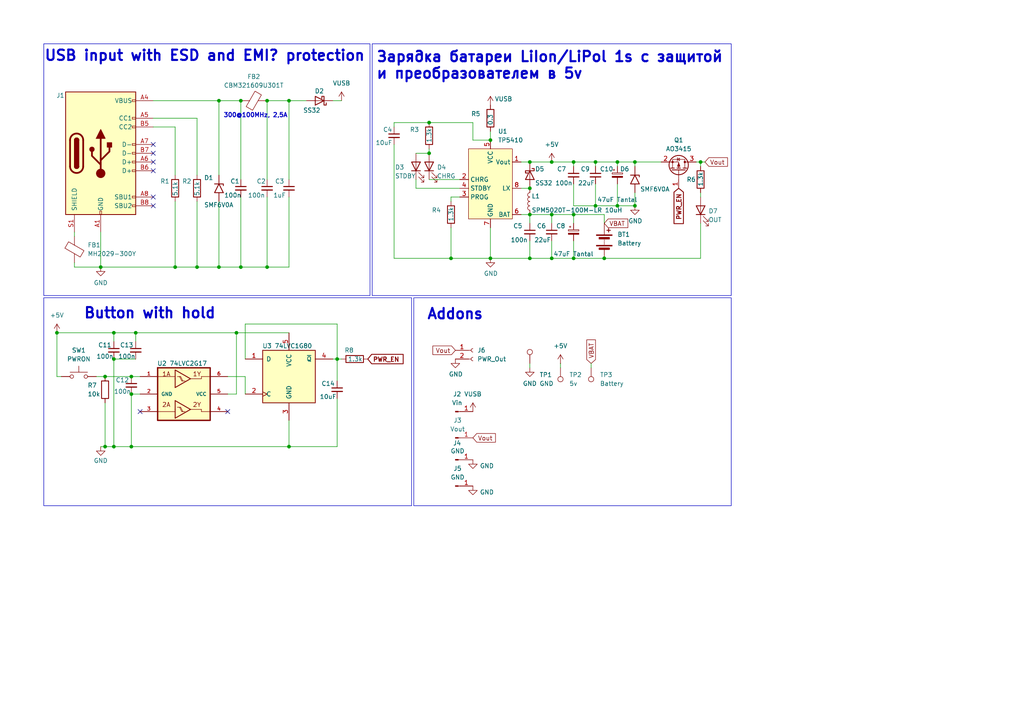
<source format=kicad_sch>
(kicad_sch (version 20231120) (generator "eeschema") (generator_version "8.0")
  (paper "A4")
  (lib_symbols
    (symbol "74xGxx:74LVC1G80" (pin_names (offset 1.016))
      (property "Reference" "U" (at -5.08 10.16 0))
      (property "Value" "74LVC1G80" (at 7.62 -10.16 0))
      (symbol "74LVC1G80_0_1"
        (rectangle (start -7.62 7.62) (end 7.62 -7.62) (stroke (width 0.254)) (fill (type background)))
      )
      (symbol "74LVC1G80_1_1"
        (pin input line (at -12.7 5.08 0) (length 5.08) (name "D") (number "1"))
        (pin input clock (at -12.7 -5.08 0) (length 5.08) (name "C") (number "2"))
        (pin power_in line (at 0 -12.7 90) (length 5.08) (name "GND") (number "3"))
        (pin output line (at 12.7 5.08 180) (length 5.08) (name "~{Q}") (number "4"))
        (pin power_in line (at 0 12.7 270) (length 5.08) (name "VCC") (number "5"))
      )
    )
    (symbol "Connector:Conn_01x01_Pin" (pin_names (offset 1.016) hide)
      (property "Reference" "J" (at 0 2.54 0))
      (property "Value" "Conn_01x01_Pin" (at 0 -2.54 0))
      (symbol "Conn_01x01_Pin_1_1"
        (polyline (pts (xy 1.27 0) (xy 0.8636 0)) (stroke (width 0.1524)))
        (rectangle (start 0.8636 0.127) (end 0 -0.127) (stroke (width 0.1524)) (fill (type outline)))
        (pin passive line (at 5.08 0 180) (length 3.81) (name "Pin_1") (number "1"))
      )
    )
    (symbol "Connector:Conn_01x02_Socket" (pin_names (offset 1.016) hide)
      (property "Reference" "J" (at 0 2.54 0))
      (property "Value" "Conn_01x02_Socket" (at 0 -5.08 0))
      (symbol "Conn_01x02_Socket_1_1"
        (arc (start 0 -2.032) (mid -0.5058 -2.54) (end 0 -3.048) (stroke (width 0.1524)))
        (polyline (pts (xy -1.27 -2.54) (xy -0.508 -2.54)) (stroke (width 0.1524)))
        (polyline (pts (xy -1.27 0) (xy -0.508 0)) (stroke (width 0.1524)))
        (arc (start 0 0.508) (mid -0.5058 0) (end 0 -0.508) (stroke (width 0.1524)))
        (pin passive line (at -5.08 0 0) (length 3.81) (name "Pin_1") (number "1"))
        (pin passive line (at -5.08 -2.54 0) (length 3.81) (name "Pin_2") (number "2"))
      )
    )
    (symbol "Connector:TestPoint" (pin_numbers hide) (pin_names (offset 0.762) hide)
      (property "Reference" "TP" (at 0 6.858 0))
      (property "Value" "TestPoint" (at 0 5.08 0))
      (symbol "TestPoint_0_1"
        (circle (center 0 3.302) (radius 0.762))
      )
      (symbol "TestPoint_1_1"
        (pin passive line (at 0 0 90) (length 2.54) (name "1") (number "1"))
      )
    )
    (symbol "Connector:USB_C_Receptacle_USB2.0" (pin_names (offset 1.016))
      (property "Reference" "J" (at -10.16 19.05 0))
      (property "Value" "USB_C_Receptacle_USB2.0" (at 19.05 19.05 0))
      (symbol "USB_C_Receptacle_USB2.0_0_0"
        (rectangle (start -0.254 -17.78) (end 0.254 -16.764))
        (rectangle (start 10.16 -14.986) (end 9.144 -15.494))
        (rectangle (start 10.16 -12.446) (end 9.144 -12.954))
        (rectangle (start 10.16 -4.826) (end 9.144 -5.334))
        (rectangle (start 10.16 -2.286) (end 9.144 -2.794))
        (rectangle (start 10.16 0.254) (end 9.144 -0.254))
        (rectangle (start 10.16 2.794) (end 9.144 2.286))
        (rectangle (start 10.16 7.874) (end 9.144 7.366))
        (rectangle (start 10.16 10.414) (end 9.144 9.906))
        (rectangle (start 10.16 15.494) (end 9.144 14.986))
      )
      (symbol "USB_C_Receptacle_USB2.0_0_1"
        (rectangle (start -10.16 17.78) (end 10.16 -17.78) (stroke (width 0.254)) (fill (type background)))
        (arc (start -8.89 -3.81) (mid -6.985 -5.7067) (end -5.08 -3.81) (stroke (width 0.508)))
        (arc (start -7.62 -3.81) (mid -6.985 -4.4423) (end -6.35 -3.81) (stroke (width 0.254)))
        (arc (start -7.62 -3.81) (mid -6.985 -4.4423) (end -6.35 -3.81) (stroke (width 0.254)) (fill (type outline)))
        (rectangle (start -7.62 -3.81) (end -6.35 3.81) (stroke (width 0.254)) (fill (type outline)))
        (arc (start -6.35 3.81) (mid -6.985 4.4423) (end -7.62 3.81) (stroke (width 0.254)))
        (arc (start -6.35 3.81) (mid -6.985 4.4423) (end -7.62 3.81) (stroke (width 0.254)) (fill (type outline)))
        (arc (start -5.08 3.81) (mid -6.985 5.7067) (end -8.89 3.81) (stroke (width 0.508)))
        (circle (center -2.54 1.143) (radius 0.635) (stroke (width 0.254)) (fill (type outline)))
        (circle (center 0 -5.842) (radius 1.27) (fill (type outline)))
        (polyline (pts (xy -8.89 -3.81) (xy -8.89 3.81)) (stroke (width 0.508)))
        (polyline (pts (xy -5.08 3.81) (xy -5.08 -3.81)) (stroke (width 0.508)))
        (polyline (pts (xy 0 -5.842) (xy 0 4.318)) (stroke (width 0.508)))
        (polyline (pts (xy 0 -3.302) (xy -2.54 -0.762) (xy -2.54 0.508)) (stroke (width 0.508)))
        (polyline (pts (xy 0 -2.032) (xy 2.54 0.508) (xy 2.54 1.778)) (stroke (width 0.508)))
        (polyline (pts (xy -1.27 4.318) (xy 0 6.858) (xy 1.27 4.318) (xy -1.27 4.318)) (stroke (width 0.254)) (fill (type outline)))
        (rectangle (start 1.905 1.778) (end 3.175 3.048) (stroke (width 0.254)) (fill (type outline)))
      )
      (symbol "USB_C_Receptacle_USB2.0_1_1"
        (pin passive line (at 0 -22.86 90) (length 5.08) (name "GND") (number "A1"))
        (pin passive line (at 0 -22.86 90) (length 5.08) hide (name "GND") (number "A12"))
        (pin passive line (at 15.24 15.24 180) (length 5.08) (name "VBUS") (number "A4"))
        (pin bidirectional line (at 15.24 10.16 180) (length 5.08) (name "CC1") (number "A5"))
        (pin bidirectional line (at 15.24 -2.54 180) (length 5.08) (name "D+") (number "A6"))
        (pin bidirectional line (at 15.24 2.54 180) (length 5.08) (name "D-") (number "A7"))
        (pin bidirectional line (at 15.24 -12.7 180) (length 5.08) (name "SBU1") (number "A8"))
        (pin passive line (at 15.24 15.24 180) (length 5.08) hide (name "VBUS") (number "A9"))
        (pin passive line (at 0 -22.86 90) (length 5.08) hide (name "GND") (number "B1"))
        (pin passive line (at 0 -22.86 90) (length 5.08) hide (name "GND") (number "B12"))
        (pin passive line (at 15.24 15.24 180) (length 5.08) hide (name "VBUS") (number "B4"))
        (pin bidirectional line (at 15.24 7.62 180) (length 5.08) (name "CC2") (number "B5"))
        (pin bidirectional line (at 15.24 -5.08 180) (length 5.08) (name "D+") (number "B6"))
        (pin bidirectional line (at 15.24 0 180) (length 5.08) (name "D-") (number "B7"))
        (pin bidirectional line (at 15.24 -15.24 180) (length 5.08) (name "SBU2") (number "B8"))
        (pin passive line (at 15.24 15.24 180) (length 5.08) hide (name "VBUS") (number "B9"))
        (pin passive line (at -7.62 -22.86 90) (length 5.08) (name "SHIELD") (number "S1"))
      )
    )
    (symbol "Device:Battery" (pin_numbers hide) (pin_names (offset 0) hide)
      (property "Reference" "BT" (at 2.54 2.54 0))
      (property "Value" "Battery" (at 2.54 0 0))
      (symbol "Battery_0_1"
        (rectangle (start -2.286 -1.27) (end 2.286 -1.524) (fill (type outline)))
        (rectangle (start -2.286 1.778) (end 2.286 1.524) (fill (type outline)))
        (rectangle (start -1.524 -2.032) (end 1.524 -2.54) (fill (type outline)))
        (rectangle (start -1.524 1.016) (end 1.524 0.508) (fill (type outline)))
        (polyline (pts (xy 0 -1.016) (xy 0 -0.762)))
        (polyline (pts (xy 0 -0.508) (xy 0 -0.254)))
        (polyline (pts (xy 0 0) (xy 0 0.254)))
        (polyline (pts (xy 0 1.778) (xy 0 2.54)))
        (polyline (pts (xy 0.762 3.048) (xy 1.778 3.048)) (stroke (width 0.254)))
        (polyline (pts (xy 1.27 3.556) (xy 1.27 2.54)) (stroke (width 0.254)))
      )
      (symbol "Battery_1_1"
        (pin passive line (at 0 5.08 270) (length 2.54) (name "+") (number "1"))
        (pin passive line (at 0 -5.08 90) (length 2.54) (name "-") (number "2"))
      )
    )
    (symbol "Device:C_Polarized_Small" (pin_numbers hide) (pin_names (offset 0.254) hide)
      (property "Reference" "C" (at 0.254 1.778 0))
      (property "Value" "C_Polarized_Small" (at 0.254 -2.032 0))
      (symbol "C_Polarized_Small_0_1"
        (rectangle (start -1.524 -0.3048) (end 1.524 -0.6858) (fill (type outline)))
        (rectangle (start -1.524 0.6858) (end 1.524 0.3048))
        (polyline (pts (xy -1.27 1.524) (xy -0.762 1.524)))
        (polyline (pts (xy -1.016 1.27) (xy -1.016 1.778)))
      )
      (symbol "C_Polarized_Small_1_1"
        (pin passive line (at 0 2.54 270) (length 1.8542) (name "~") (number "1"))
        (pin passive line (at 0 -2.54 90) (length 1.8542) (name "~") (number "2"))
      )
    )
    (symbol "Device:C_Small" (pin_numbers hide) (pin_names (offset 0.254) hide)
      (property "Reference" "C" (at 0.254 1.778 0))
      (property "Value" "C_Small" (at 0.254 -2.032 0))
      (symbol "C_Small_0_1"
        (polyline (pts (xy -1.524 -0.508) (xy 1.524 -0.508)) (stroke (width 0.3302)))
        (polyline (pts (xy -1.524 0.508) (xy 1.524 0.508)) (stroke (width 0.3048)))
      )
      (symbol "C_Small_1_1"
        (pin passive line (at 0 2.54 270) (length 2.032) (name "~") (number "1"))
        (pin passive line (at 0 -2.54 90) (length 2.032) (name "~") (number "2"))
      )
    )
    (symbol "Device:FerriteBead" (pin_numbers hide) (pin_names (offset 0))
      (property "Reference" "FB" (at -3.81 0.635 90))
      (property "Value" "FerriteBead" (at 3.81 0 90))
      (symbol "FerriteBead_0_1"
        (polyline (pts (xy 0 -1.27) (xy 0 -1.2192)))
        (polyline (pts (xy 0 1.27) (xy 0 1.2954)))
        (polyline (pts (xy -2.7686 0.4064) (xy -1.7018 2.2606) (xy 2.7686 -0.3048) (xy 1.6764 -2.159) (xy -2.7686 0.4064)))
      )
      (symbol "FerriteBead_1_1"
        (pin passive line (at 0 3.81 270) (length 2.54) (name "~") (number "1"))
        (pin passive line (at 0 -3.81 90) (length 2.54) (name "~") (number "2"))
      )
    )
    (symbol "Device:L" (pin_numbers hide) (pin_names (offset 1.016) hide)
      (property "Reference" "L" (at -1.27 0 90))
      (property "Value" "L" (at 1.905 0 90))
      (symbol "L_0_1"
        (arc (start 0 -2.54) (mid 0.6323 -1.905) (end 0 -1.27))
        (arc (start 0 -1.27) (mid 0.6323 -0.635) (end 0 0))
        (arc (start 0 0) (mid 0.6323 0.635) (end 0 1.27))
        (arc (start 0 1.27) (mid 0.6323 1.905) (end 0 2.54))
      )
      (symbol "L_1_1"
        (pin passive line (at 0 3.81 270) (length 1.27) (name "1") (number "1"))
        (pin passive line (at 0 -3.81 90) (length 1.27) (name "2") (number "2"))
      )
    )
    (symbol "Device:LED" (pin_numbers hide) (pin_names (offset 1.016) hide)
      (property "Reference" "D" (at 0 2.54 0))
      (property "Value" "LED" (at 0 -2.54 0))
      (symbol "LED_0_1"
        (polyline (pts (xy -1.27 -1.27) (xy -1.27 1.27)) (stroke (width 0.254)))
        (polyline (pts (xy -1.27 0) (xy 1.27 0)))
        (polyline (pts (xy 1.27 -1.27) (xy 1.27 1.27) (xy -1.27 0) (xy 1.27 -1.27)) (stroke (width 0.254)))
        (polyline (pts (xy -3.048 -0.762) (xy -4.572 -2.286) (xy -3.81 -2.286) (xy -4.572 -2.286) (xy -4.572 -1.524)))
        (polyline (pts (xy -1.778 -0.762) (xy -3.302 -2.286) (xy -2.54 -2.286) (xy -3.302 -2.286) (xy -3.302 -1.524)))
      )
      (symbol "LED_1_1"
        (pin passive line (at -3.81 0 0) (length 2.54) (name "K") (number "1"))
        (pin passive line (at 3.81 0 180) (length 2.54) (name "A") (number "2"))
      )
    )
    (symbol "Device:Q_PMOS_GSD" (pin_names (offset 0) hide)
      (property "Reference" "Q" (at 5.08 1.27 0))
      (property "Value" "Q_PMOS_GSD" (at 5.08 -1.27 0))
      (symbol "Q_PMOS_GSD_0_1"
        (polyline (pts (xy 0.254 0) (xy -2.54 0)))
        (polyline (pts (xy 0.254 1.905) (xy 0.254 -1.905)) (stroke (width 0.254)))
        (polyline (pts (xy 0.762 -1.27) (xy 0.762 -2.286)) (stroke (width 0.254)))
        (polyline (pts (xy 0.762 0.508) (xy 0.762 -0.508)) (stroke (width 0.254)))
        (polyline (pts (xy 0.762 2.286) (xy 0.762 1.27)) (stroke (width 0.254)))
        (polyline (pts (xy 2.54 2.54) (xy 2.54 1.778)))
        (polyline (pts (xy 2.54 -2.54) (xy 2.54 0) (xy 0.762 0)))
        (polyline (pts (xy 0.762 1.778) (xy 3.302 1.778) (xy 3.302 -1.778) (xy 0.762 -1.778)))
        (polyline (pts (xy 2.286 0) (xy 1.27 0.381) (xy 1.27 -0.381) (xy 2.286 0)) (fill (type outline)))
        (polyline (pts (xy 2.794 -0.508) (xy 2.921 -0.381) (xy 3.683 -0.381) (xy 3.81 -0.254)))
        (polyline (pts (xy 3.302 -0.381) (xy 2.921 0.254) (xy 3.683 0.254) (xy 3.302 -0.381)))
        (circle (center 1.651 0) (radius 2.794) (stroke (width 0.254)))
        (circle (center 2.54 -1.778) (radius 0.254) (fill (type outline)))
        (circle (center 2.54 1.778) (radius 0.254) (fill (type outline)))
      )
      (symbol "Q_PMOS_GSD_1_1"
        (pin input line (at -5.08 0 0) (length 2.54) (name "G") (number "1"))
        (pin passive line (at 2.54 -5.08 90) (length 2.54) (name "S") (number "2"))
        (pin passive line (at 2.54 5.08 270) (length 2.54) (name "D") (number "3"))
      )
    )
    (symbol "Device:R" (pin_numbers hide) (pin_names (offset 0))
      (property "Reference" "R" (at 2.032 0 90))
      (property "Value" "R" (at 0 0 90))
      (symbol "R_0_1"
        (rectangle (start -1.016 -2.54) (end 1.016 2.54) (stroke (width 0.254)))
      )
      (symbol "R_1_1"
        (pin passive line (at 0 3.81 270) (length 1.27) (name "~") (number "1"))
        (pin passive line (at 0 -3.81 90) (length 1.27) (name "~") (number "2"))
      )
    )
    (symbol "Diode:SMF6V0A" (pin_numbers hide) (pin_names (offset 1.016) hide)
      (property "Reference" "D" (at 0 2.54 0))
      (property "Value" "SMF6V0A" (at 0 -2.54 0))
      (symbol "SMF6V0A_0_1"
        (polyline (pts (xy -0.762 1.27) (xy -1.27 1.27) (xy -1.27 -1.27)) (stroke (width 0.254)))
        (polyline (pts (xy 1.27 1.27) (xy 1.27 -1.27) (xy -1.27 0) (xy 1.27 1.27)) (stroke (width 0.254)))
      )
      (symbol "SMF6V0A_1_1"
        (pin passive line (at -3.81 0 0) (length 2.54) (name "A1") (number "1"))
        (pin passive line (at 3.81 0 180) (length 2.54) (name "A2") (number "2"))
      )
    )
    (symbol "Diode:SS32" (pin_numbers hide) (pin_names (offset 1.016) hide)
      (property "Reference" "D" (at 0 2.54 0))
      (property "Value" "SS32" (at 0 -2.54 0))
      (symbol "SS32_0_1"
        (polyline (pts (xy 1.27 0) (xy -1.27 0)))
        (polyline (pts (xy 1.27 1.27) (xy 1.27 -1.27) (xy -1.27 0) (xy 1.27 1.27)) (stroke (width 0.254)))
        (polyline (pts (xy -1.905 0.635) (xy -1.905 1.27) (xy -1.27 1.27) (xy -1.27 -1.27) (xy -0.635 -1.27) (xy -0.635 -0.635)) (stroke (width 0.254)))
      )
      (symbol "SS32_1_1"
        (pin passive line (at -3.81 0 0) (length 2.54) (name "K") (number "1"))
        (pin passive line (at 3.81 0 180) (length 2.54) (name "A") (number "2"))
      )
    )
    (symbol "Switch:SW_Push" (pin_numbers hide) (pin_names (offset 1.016) hide)
      (property "Reference" "SW" (at 1.27 2.54 0))
      (property "Value" "SW_Push" (at 0 -1.524 0))
      (symbol "SW_Push_0_1"
        (circle (center -2.032 0) (radius 0.508))
        (polyline (pts (xy 0 1.27) (xy 0 3.048)))
        (polyline (pts (xy 2.54 1.27) (xy -2.54 1.27)))
        (circle (center 2.032 0) (radius 0.508))
        (pin passive line (at -5.08 0 0) (length 2.54) (name "1") (number "1"))
        (pin passive line (at 5.08 0 180) (length 2.54) (name "2") (number "2"))
      )
    )
    (symbol "_chips:74LVC2G17" (pin_names (offset 1.016))
      (property "Reference" "U" (at -6.3603 8.9045 0))
      (property "Value" "74LVC2G17" (at -6.3579 -10.8084 0))
      (symbol "74LVC2G17_0_0"
        (rectangle (start -7.62 7.62) (end 7.62 -7.62) (stroke (width 0.4064)) (fill (type background)))
        (polyline (pts (xy -2.54 -5.08) (xy -7.62 -5.08)) (stroke (width 0.1524)))
        (polyline (pts (xy -2.54 5.08) (xy -7.62 5.08)) (stroke (width 0.1524)))
        (polyline (pts (xy -2.5304 -6.9862) (xy -2.5304 -4.4462)) (stroke (width 0.254)))
        (polyline (pts (xy -2.5304 -4.4462) (xy -2.5304 -1.9062)) (stroke (width 0.254)))
        (polyline (pts (xy -2.5304 -1.9062) (xy 1.905 -4.445)) (stroke (width 0.254)))
        (polyline (pts (xy -2.5304 1.9038) (xy -2.5304 4.4438)) (stroke (width 0.254)))
        (polyline (pts (xy -2.5304 4.4438) (xy -2.5304 6.9838)) (stroke (width 0.254)))
        (polyline (pts (xy -2.5304 6.9838) (xy 1.905 4.445)) (stroke (width 0.254)))
        (polyline (pts (xy -1.8954 -3.8112) (xy -1.2604 -3.8112)) (stroke (width 0.1524)))
        (polyline (pts (xy -1.8954 5.0788) (xy -1.2604 5.0788)) (stroke (width 0.1524)))
        (polyline (pts (xy -1.2604 -3.8112) (xy -0.9429 -3.8112)) (stroke (width 0.1524)))
        (polyline (pts (xy -1.2604 -3.8112) (xy -0.6254 -5.0812)) (stroke (width 0.1524)))
        (polyline (pts (xy -1.2604 5.0788) (xy -0.9429 5.0788)) (stroke (width 0.1524)))
        (polyline (pts (xy -1.2604 5.0788) (xy -0.6254 3.8088)) (stroke (width 0.1524)))
        (polyline (pts (xy -0.9429 -3.8112) (xy -0.3079 -5.0812)) (stroke (width 0.1524)))
        (polyline (pts (xy -0.9429 5.0788) (xy -0.3079 3.8088)) (stroke (width 0.1524)))
        (polyline (pts (xy -0.6254 -5.0812) (xy -0.3079 -5.0812)) (stroke (width 0.1524)))
        (polyline (pts (xy -0.6254 3.8088) (xy -0.3079 3.8088)) (stroke (width 0.1524)))
        (polyline (pts (xy -0.3079 -5.0812) (xy 0.3271 -5.0812)) (stroke (width 0.1524)))
        (polyline (pts (xy -0.3079 3.8088) (xy 0.3271 3.8088)) (stroke (width 0.1524)))
        (polyline (pts (xy 1.905 -4.445) (xy -2.5304 -6.9862)) (stroke (width 0.254)))
        (polyline (pts (xy 1.905 -4.445) (xy 5.0896 -4.4462)) (stroke (width 0.1524)))
        (polyline (pts (xy 1.905 4.445) (xy -2.5304 1.9038)) (stroke (width 0.254)))
        (polyline (pts (xy 1.905 4.445) (xy 5.08 4.445)) (stroke (width 0.1524)))
        (polyline (pts (xy 5.08 -5.08) (xy 7.62 -5.08)) (stroke (width 0.1524)))
        (polyline (pts (xy 5.08 -4.445) (xy 5.08 -5.08)) (stroke (width 0.1524)))
        (polyline (pts (xy 5.08 5.08) (xy 5.08 4.445)) (stroke (width 0.1524)))
        (polyline (pts (xy 5.08 5.08) (xy 7.62 5.08)) (stroke (width 0.1524)))
        (pin output line (at 12.7 -5.08 180) (length 5.08) (name "~") (number "4"))
        (pin power_in line (at 12.7 0 180) (length 5.08) (name "VCC") (number "5"))
      )
      (symbol "74LVC2G17_1_0"
        (text "1A" (at -6.35 5.08 0) (effects (font (size 1.2724 1.2724)) (justify left bottom)))
        (text "1Y" (at 2.54 5.08 0) (effects (font (size 1.2707 1.2707)) (justify left bottom)))
        (text "2A" (at -6.35 -3.81 0) (effects (font (size 1.2724 1.2724)) (justify left bottom)))
        (text "2Y" (at 2.54 -3.81 0) (effects (font (size 1.2707 1.2707)) (justify left bottom)))
        (pin input line (at -12.7 5.08 0) (length 5.08) (name "") (number "1"))
        (pin power_in line (at -12.7 0 0) (length 5.08) (name "GND") (number "2"))
        (pin input line (at -12.7 -5.08 0) (length 5.08) (name "") (number "3"))
        (pin output line (at 12.7 5.08 180) (length 5.08) (name "") (number "6"))
      )
    )
    (symbol "_chips:TP5410"
      (property "Reference" "U" (at -9.144 10.16 0))
      (property "Value" "TP5410" (at 0 0 0))
      (symbol "TP5410_1_1"
        (rectangle (start -6.35 8.89) (end 6.35 -11.43) (fill (type background)))
        (pin output line (at 8.89 5.08 180) (length 2.54) (name "Vout") (number "1"))
        (pin output line (at -8.89 0 0) (length 2.54) (name "CHRG") (number "2"))
        (pin input line (at -8.89 -5.08 0) (length 2.54) (name "PROG") (number "3"))
        (pin output line (at -8.89 -2.54 0) (length 2.54) (name "STDBY") (number "4"))
        (pin input line (at 0 11.43 270) (length 2.54) (name "VCC") (number "5"))
        (pin output line (at 8.89 -10.16 180) (length 2.54) (name "BAT") (number "6"))
        (pin input line (at 0 -13.97 90) (length 2.54) (name "GND") (number "7"))
        (pin output line (at 8.89 -2.54 180) (length 2.54) (name "LX") (number "8"))
      )
    )
    (symbol "power:+5V" (power) (pin_numbers hide) (pin_names (offset 0) hide)
      (property "Value" "+5V" (at 0 3.556 0))
      (symbol "+5V_0_1"
        (polyline (pts (xy -0.762 1.27) (xy 0 2.54)))
        (polyline (pts (xy 0 0) (xy 0 2.54)))
        (polyline (pts (xy 0 2.54) (xy 0.762 1.27)))
      )
      (symbol "+5V_1_1"
        (pin power_in line (at 0 0 90) (length 0) (name "~") (number "1"))
      )
    )
    (symbol "power:GND" (power) (pin_names (offset 0))
      (property "Value" "GND" (at 0 -3.81 0))
      (symbol "GND_0_1"
        (polyline (pts (xy 0 0) (xy 0 -1.27) (xy 1.27 -1.27) (xy 0 -2.54) (xy -1.27 -1.27) (xy 0 -1.27)))
      )
      (symbol "GND_1_1"
        (pin power_in line (at 0 0 270) (length 0) hide (name "GND") (number "1"))
      )
    )
    (symbol "power:VCC" (power) (pin_names (offset 0))
      (property "Value" "VCC" (at 0 3.81 0))
      (symbol "VCC_0_1"
        (polyline (pts (xy -0.762 1.27) (xy 0 2.54)))
        (polyline (pts (xy 0 0) (xy 0 2.54)))
        (polyline (pts (xy 0 2.54) (xy 0.762 1.27)))
      )
      (symbol "VCC_1_1"
        (pin power_in line (at 0 0 90) (length 0) hide (name "VCC") (number "1"))
      )
    )
  )
  (junction (at 124.46 44.45))
  (junction (at 179.07 59.69))
  (junction (at 29.21 77.47))
  (junction (at 83.82 129.54))
  (junction (at 153.67 54.61))
  (junction (at 33.02 104.14))
  (junction (at 16.51 96.52))
  (junction (at 38.1 129.54))
  (junction (at 184.15 59.69))
  (junction (at 69.85 77.47))
  (junction (at 166.37 74.93))
  (junction (at 50.8 77.47))
  (junction (at 184.15 46.99))
  (junction (at 142.24 74.93))
  (junction (at 175.26 74.93))
  (junction (at 166.37 62.23))
  (junction (at 160.02 62.23))
  (junction (at 172.72 59.69))
  (junction (at 69.85 29.21))
  (junction (at 30.48 109.22))
  (junction (at 142.24 40.64))
  (junction (at 63.5 77.47))
  (junction (at 33.02 96.52))
  (junction (at 77.47 77.47))
  (junction (at 38.1 109.22))
  (junction (at 77.47 29.21))
  (junction (at 83.82 29.21))
  (junction (at 153.67 74.93))
  (junction (at 57.15 77.47))
  (junction (at 33.02 129.54))
  (junction (at 68.58 96.52))
  (junction (at 179.07 46.99))
  (junction (at 153.67 46.99))
  (junction (at 153.67 62.23))
  (junction (at 63.5 29.21))
  (junction (at 39.37 96.52))
  (junction (at 160.02 46.99))
  (junction (at 30.48 129.54))
  (junction (at 97.79 104.14))
  (junction (at 166.37 46.99))
  (junction (at 124.46 35.56))
  (junction (at 203.2 46.99))
  (junction (at 172.72 46.99))
  (junction (at 38.1 114.3))
  (junction (at 130.81 74.93))
  (junction (at 160.02 74.93))
  (no_connect (at 44.45 44.45))
  (no_connect (at 40.64 119.38))
  (no_connect (at 44.45 46.99))
  (no_connect (at 66.04 119.38))
  (no_connect (at 44.45 41.91))
  (no_connect (at 44.45 49.53))
  (no_connect (at 44.45 59.69))
  (no_connect (at 44.45 57.15))
  (wire (pts (xy 69.85 29.21) (xy 69.85 52.07)))
  (wire (pts (xy 151.13 46.99) (xy 153.67 46.99)))
  (wire (pts (xy 203.2 74.93) (xy 175.26 74.93)))
  (wire (pts (xy 33.02 104.14) (xy 39.37 104.14)))
  (wire (pts (xy 16.51 96.52) (xy 16.51 109.22)))
  (wire (pts (xy 120.65 52.07) (xy 120.65 54.61)))
  (wire (pts (xy 97.79 104.14) (xy 99.06 104.14)))
  (wire (pts (xy 203.2 55.88) (xy 203.2 57.15)))
  (wire (pts (xy 83.82 129.54) (xy 38.1 129.54)))
  (wire (pts (xy 50.8 58.42) (xy 50.8 77.47)))
  (wire (pts (xy 114.3 41.91) (xy 114.3 74.93)))
  (wire (pts (xy 77.47 57.15) (xy 77.47 77.47)))
  (wire (pts (xy 184.15 46.99) (xy 191.77 46.99)))
  (wire (pts (xy 83.82 29.21) (xy 88.9 29.21)))
  (wire (pts (xy 16.51 109.22) (xy 17.78 109.22)))
  (wire (pts (xy 166.37 46.99) (xy 172.72 46.99)))
  (wire (pts (xy 166.37 59.69) (xy 172.72 59.69)))
  (wire (pts (xy 38.1 109.22) (xy 40.64 109.22)))
  (wire (pts (xy 153.67 74.93) (xy 160.02 74.93)))
  (wire (pts (xy 66.04 114.3) (xy 68.58 114.3)))
  (wire (pts (xy 137.16 40.64) (xy 142.24 40.64)))
  (wire (pts (xy 124.46 52.07) (xy 133.35 52.07)))
  (wire (pts (xy 142.24 66.04) (xy 142.24 74.93)))
  (wire (pts (xy 179.07 59.69) (xy 184.15 59.69)))
  (wire (pts (xy 124.46 35.56) (xy 137.16 35.56)))
  (wire (pts (xy 133.35 57.15) (xy 130.81 57.15)))
  (wire (pts (xy 203.2 46.99) (xy 203.2 48.26)))
  (wire (pts (xy 160.02 46.99) (xy 166.37 46.99)))
  (wire (pts (xy 160.02 69.85) (xy 160.02 74.93)))
  (wire (pts (xy 83.82 96.52) (xy 68.58 96.52)))
  (wire (pts (xy 151.13 54.61) (xy 153.67 54.61)))
  (wire (pts (xy 160.02 62.23) (xy 160.02 64.77)))
  (wire (pts (xy 27.94 109.22) (xy 30.48 109.22)))
  (wire (pts (xy 33.02 129.54) (xy 30.48 129.54)))
  (wire (pts (xy 142.24 74.93) (xy 153.67 74.93)))
  (wire (pts (xy 57.15 77.47) (xy 63.5 77.47)))
  (wire (pts (xy 166.37 62.23) (xy 166.37 64.77)))
  (wire (pts (xy 16.51 96.52) (xy 33.02 96.52)))
  (wire (pts (xy 33.02 129.54) (xy 38.1 129.54)))
  (wire (pts (xy 166.37 48.26) (xy 166.37 46.99)))
  (wire (pts (xy 39.37 96.52) (xy 39.37 99.06)))
  (wire (pts (xy 142.24 38.1) (xy 142.24 40.64)))
  (wire (pts (xy 30.48 116.84) (xy 30.48 129.54)))
  (wire (pts (xy 114.3 35.56) (xy 124.46 35.56)))
  (wire (pts (xy 130.81 57.15) (xy 130.81 58.42)))
  (wire (pts (xy 29.21 67.31) (xy 29.21 77.47)))
  (wire (pts (xy 96.52 29.21) (xy 99.06 29.21)))
  (wire (pts (xy 166.37 62.23) (xy 160.02 62.23)))
  (wire (pts (xy 30.48 129.54) (xy 29.21 129.54)))
  (wire (pts (xy 124.46 43.18) (xy 124.46 44.45)))
  (wire (pts (xy 71.12 93.98) (xy 97.79 93.98)))
  (wire (pts (xy 44.45 29.21) (xy 63.5 29.21)))
  (wire (pts (xy 21.59 77.47) (xy 29.21 77.47)))
  (wire (pts (xy 33.02 96.52) (xy 33.02 99.06)))
  (wire (pts (xy 153.67 46.99) (xy 160.02 46.99)))
  (wire (pts (xy 153.67 69.85) (xy 153.67 74.93)))
  (wire (pts (xy 44.45 34.29) (xy 57.15 34.29)))
  (wire (pts (xy 83.82 29.21) (xy 83.82 52.07)))
  (wire (pts (xy 97.79 115.57) (xy 97.79 129.54)))
  (wire (pts (xy 184.15 55.88) (xy 184.15 59.69)))
  (wire (pts (xy 175.26 62.23) (xy 166.37 62.23)))
  (wire (pts (xy 69.85 77.47) (xy 77.47 77.47)))
  (wire (pts (xy 57.15 34.29) (xy 57.15 50.8)))
  (wire (pts (xy 153.67 62.23) (xy 153.67 64.77)))
  (wire (pts (xy 77.47 29.21) (xy 77.47 52.07)))
  (wire (pts (xy 160.02 74.93) (xy 166.37 74.93)))
  (wire (pts (xy 162.56 105.41) (xy 162.56 106.68)))
  (wire (pts (xy 71.12 114.3) (xy 71.12 109.22)))
  (wire (pts (xy 172.72 53.34) (xy 172.72 59.69)))
  (wire (pts (xy 171.45 105.41) (xy 171.45 106.68)))
  (wire (pts (xy 172.72 46.99) (xy 179.07 46.99)))
  (wire (pts (xy 166.37 53.34) (xy 166.37 59.69)))
  (wire (pts (xy 97.79 104.14) (xy 97.79 110.49)))
  (wire (pts (xy 77.47 29.21) (xy 83.82 29.21)))
  (wire (pts (xy 96.52 104.14) (xy 97.79 104.14)))
  (wire (pts (xy 97.79 129.54) (xy 83.82 129.54)))
  (wire (pts (xy 38.1 114.3) (xy 40.64 114.3)))
  (wire (pts (xy 69.85 57.15) (xy 69.85 77.47)))
  (wire (pts (xy 179.07 46.99) (xy 184.15 46.99)))
  (wire (pts (xy 179.07 53.34) (xy 179.07 59.69)))
  (wire (pts (xy 21.59 67.31) (xy 21.59 68.58)))
  (wire (pts (xy 120.65 54.61) (xy 133.35 54.61)))
  (wire (pts (xy 153.67 105.41) (xy 153.67 106.68)))
  (wire (pts (xy 184.15 46.99) (xy 184.15 48.26)))
  (wire (pts (xy 71.12 109.22) (xy 66.04 109.22)))
  (wire (pts (xy 83.82 121.92) (xy 83.82 129.54)))
  (wire (pts (xy 21.59 76.2) (xy 21.59 77.47)))
  (wire (pts (xy 68.58 96.52) (xy 39.37 96.52)))
  (wire (pts (xy 114.3 74.93) (xy 130.81 74.93)))
  (wire (pts (xy 137.16 35.56) (xy 137.16 40.64)))
  (wire (pts (xy 203.2 64.77) (xy 203.2 74.93)))
  (wire (pts (xy 50.8 36.83) (xy 50.8 50.8)))
  (wire (pts (xy 97.79 93.98) (xy 97.79 104.14)))
  (wire (pts (xy 30.48 109.22) (xy 38.1 109.22)))
  (wire (pts (xy 179.07 48.26) (xy 179.07 46.99)))
  (wire (pts (xy 57.15 77.47) (xy 50.8 77.47)))
  (wire (pts (xy 44.45 36.83) (xy 50.8 36.83)))
  (wire (pts (xy 203.2 46.99) (xy 204.47 46.99)))
  (wire (pts (xy 201.93 46.99) (xy 203.2 46.99)))
  (wire (pts (xy 29.21 77.47) (xy 50.8 77.47)))
  (wire (pts (xy 77.47 77.47) (xy 83.82 77.47)))
  (wire (pts (xy 63.5 29.21) (xy 63.5 50.8)))
  (wire (pts (xy 39.37 96.52) (xy 33.02 96.52)))
  (wire (pts (xy 114.3 35.56) (xy 114.3 36.83)))
  (wire (pts (xy 57.15 58.42) (xy 57.15 77.47)))
  (wire (pts (xy 68.58 96.52) (xy 68.58 114.3)))
  (wire (pts (xy 130.81 74.93) (xy 142.24 74.93)))
  (wire (pts (xy 38.1 114.3) (xy 38.1 129.54)))
  (wire (pts (xy 33.02 104.14) (xy 33.02 129.54)))
  (wire (pts (xy 63.5 58.42) (xy 63.5 77.47)))
  (wire (pts (xy 83.82 57.15) (xy 83.82 77.47)))
  (wire (pts (xy 172.72 59.69) (xy 179.07 59.69)))
  (wire (pts (xy 172.72 48.26) (xy 172.72 46.99)))
  (wire (pts (xy 63.5 29.21) (xy 69.85 29.21)))
  (wire (pts (xy 160.02 62.23) (xy 153.67 62.23)))
  (wire (pts (xy 166.37 69.85) (xy 166.37 74.93)))
  (wire (pts (xy 71.12 104.14) (xy 71.12 93.98)))
  (wire (pts (xy 166.37 74.93) (xy 175.26 74.93)))
  (wire (pts (xy 151.13 62.23) (xy 153.67 62.23)))
  (wire (pts (xy 175.26 64.77) (xy 175.26 62.23)))
  (wire (pts (xy 120.65 44.45) (xy 124.46 44.45)))
  (wire (pts (xy 63.5 77.47) (xy 69.85 77.47)))
  (wire (pts (xy 130.81 66.04) (xy 130.81 74.93)))
  (rectangle (start 12.7 12.7) (end 107.315 85.725))
  (rectangle (start 120.015 86.36) (end 212.09 146.685))
  (rectangle (start 107.95 12.7) (end 212.09 85.725))
  (rectangle (start 12.7 86.36) (end 119.38 146.685))
  (text "Зарядка батареи LiIon/LiPol 1s с защитой\nи преобразователем в 5v" (at 108.966 19.05 0) (effects (font (size 3 3) (thickness 0.6) (bold yes)) (justify left)))
  (text "300@100MHz, 2,5A" (at 64.77 34.29 0) (effects (font (size 1.27 1.27) (bold yes)) (justify left bottom)))
  (text "USB input with ESD and EMI? protection" (at 12.7 18.034 0) (effects (font (size 3 3) (thickness 0.6) (bold yes)) (justify left bottom)))
  (text "Button with hold" (at 24.13 92.71 0) (effects (font (size 3 3) (bold yes)) (justify left bottom)))
  (text "Addons" (at 123.698 92.964 0) (effects (font (size 3 3) (bold yes)) (justify left bottom)))
  (global_label "VBAT" (shape input) (at 171.45 105.41 90) (property "Intersheetrefs" "${INTERSHEET_REFS}" (effects (hide yes))))
  (global_label "PWR_EN" (shape input) (at 196.85 54.61 270) (effects (font (bold yes))) (property "Intersheetrefs" "${INTERSHEET_REFS}" (effects (hide yes))))
  (global_label "Vout" (shape input) (at 204.47 46.99 0) (property "Intersheetrefs" "${INTERSHEET_REFS}" (effects (hide yes))))
  (global_label "Vout" (shape input) (at 137.16 127 0) (property "Intersheetrefs" "${INTERSHEET_REFS}" (effects (hide yes))))
  (global_label "Vout" (shape input) (at 132.08 101.6 180) (property "Intersheetrefs" "${INTERSHEET_REFS}" (effects (hide yes))))
  (global_label "PWR_EN" (shape input) (at 106.68 104.14 0) (effects (font (bold yes))) (property "Intersheetrefs" "${INTERSHEET_REFS}" (effects (hide yes))))
  (global_label "VBAT" (shape input) (at 175.26 64.77 0) (property "Intersheetrefs" "${INTERSHEET_REFS}" (effects (hide yes))))
  (symbol (lib_id "Diode:SS32") (at 92.71 29.21 180) (unit 1)
    (property "Reference" "D2" (at 93.98 26.416 0) (effects (justify left)))
    (property "Value" "SS32" (at 92.964 32.004 0) (effects (justify left)))
    (property "Footprint" "Diode_SMD:D_SMA-SMB_Universal_Handsoldering" (effects (hide yes)))
    (property "Datasheet" "https://www.vishay.com/docs/88751/ss32.pdf" (effects (hide yes)))
    (property "Description" "20V 3A Schottky Diode, SMA" (effects (hide yes)))
  )
  (symbol (lib_id "Switch:SW_Push") (at 22.86 109.22 0) (unit 1)
    (property "Reference" "SW1" (at 22.86 101.6 0))
    (property "Value" "PWRON" (at 22.86 104.14 0))
    (property "Footprint" "_buttons:SW_SMD_PAN_EVPAS" (effects (hide yes)))
  )
  (symbol (lib_id "Connector:TestPoint") (at 153.67 105.41 0) (unit 1)
    (property "Reference" "TP1" (at 156.464 108.712 0) (effects (justify left)))
    (property "Value" "GND" (at 156.464 111.252 0) (effects (justify left)))
    (property "Footprint" "_basic:Test_Ring_TH" (effects (hide yes)))
    (property "Description" "test point" (effects (hide yes)))
  )
  (symbol (lib_id "Device:C_Small") (at 166.37 50.8 0) (unit 1)
    (property "Reference" "C7" (at 161.544 49.022 0) (effects (justify left)))
    (property "Value" "100n" (at 161.036 53.086 0) (effects (justify left)))
    (property "Footprint" "Capacitor_SMD:C_0402_1005Metric_Pad0.74x0.62mm_HandSolder" (effects (hide yes)))
  )
  (symbol (lib_id "power:GND") (at 184.15 59.69 0) (unit 1)
    (property "Reference" "#PWR06" (effects (hide yes)))
    (property "Value" "GND" (at 184.277 64.0842 0))
  )
  (symbol (lib_id "Device:C_Small") (at 39.37 101.6 0) (unit 1)
    (property "Reference" "C13" (at 34.798 100.076 0) (effects (justify left)))
    (property "Value" "100n" (at 34.29 103.378 0) (effects (justify left)))
    (property "Footprint" "Capacitor_SMD:C_0402_1005Metric_Pad0.74x0.62mm_HandSolder" (effects (hide yes)))
  )
  (symbol (lib_id "Device:C_Small") (at 38.1 111.76 0) (unit 1)
    (property "Reference" "C12" (at 33.528 110.236 0) (effects (justify left)))
    (property "Value" "100n" (at 33.02 113.538 0) (effects (justify left)))
    (property "Footprint" "Capacitor_SMD:C_0402_1005Metric_Pad0.74x0.62mm_HandSolder" (effects (hide yes)))
  )
  (symbol (lib_id "Device:R") (at 102.87 104.14 90) (unit 1)
    (property "Reference" "R8" (at 102.616 101.6 90) (effects (justify left)))
    (property "Value" "1.3k" (at 105.156 104.14 90) (effects (justify left)))
    (property "Footprint" "Resistor_SMD:R_0603_1608Metric_Pad0.98x0.95mm_HandSolder" (effects (hide yes)))
  )
  (symbol (lib_id "_chips:TP5410") (at 142.24 52.07 0) (unit 1)
    (property "Reference" "U1" (at 144.4341 38.1 0) (effects (justify left)))
    (property "Value" "TP5410" (at 144.4341 40.64 0) (effects (justify left)))
    (property "Footprint" "_chips:TP5410" (effects (hide yes)))
    (property "Datasheet" "http://toppwr.com/uploadfile/file/20240913/66e3a6134c8db.pdf" (effects (hide yes)))
    (property "Description" "1A Li-lon Battery Charger and 5V 1A boost" (effects (hide yes)))
  )
  (symbol (lib_id "power:GND") (at 132.08 104.14 0) (unit 1)
    (property "Reference" "#PWR09" (effects (hide yes)))
    (property "Value" "GND" (at 132.207 108.5342 0))
  )
  (symbol (lib_id "Device:C_Polarized_Small") (at 166.37 67.31 0) (unit 1)
    (property "Reference" "C8" (at 161.29 65.532 0) (effects (justify left)))
    (property "Value" "47uF Tantal" (at 160.528 73.66 0) (effects (justify left)))
    (property "Footprint" "Capacitor_Tantalum_SMD:CP_EIA-7343-31_Kemet-D" (effects (hide yes)))
    (property "Description" "Polarized capacitor, small symbol" (effects (hide yes)))
  )
  (symbol (lib_id "Device:L") (at 153.67 58.42 180) (unit 1)
    (property "Reference" "L1" (at 154.178 56.896 0) (effects (justify right)))
    (property "Value" "SPM5020T-100M-LR 10uH" (at 154.178 60.96 0) (effects (justify right)))
    (property "Footprint" "_basic:INDUCTOR_SPM5020T" (effects (hide yes)))
    (property "Description" "Inductor" (effects (hide yes)))
  )
  (symbol (lib_id "Device:LED") (at 120.65 48.26 90) (unit 1)
    (property "Reference" "D3" (at 114.554 48.514 90) (effects (justify right)))
    (property "Value" "STDBY" (at 114.554 51.054 90) (effects (justify right)))
    (property "Footprint" "LED_SMD:LED_0603_1608Metric_Pad1.05x0.95mm_HandSolder" (effects (hide yes)))
    (property "Description" "Light emitting diode" (effects (hide yes)))
  )
  (symbol (lib_id "Device:C_Small") (at 97.79 113.03 0) (unit 1)
    (property "Reference" "C14" (at 93.218 111.252 0) (effects (justify left)))
    (property "Value" "10uF" (at 92.71 115.062 0) (effects (justify left)))
    (property "Footprint" "Capacitor_SMD:C_0603_1608Metric" (effects (hide yes)))
  )
  (symbol (lib_id "Connector:Conn_01x01_Pin") (at 132.08 127 0) (unit 1)
    (property "Reference" "J3" (at 132.715 121.92 0))
    (property "Value" "Vout" (at 132.715 124.46 0))
    (property "Footprint" "_basic:Castellated_hole_2.54" (effects (hide yes)))
    (property "Description" "Generic connector, single row, 01x01, script generated" (effects (hide yes)))
  )
  (symbol (lib_id "Diode:SS32") (at 153.67 50.8 270) (unit 1)
    (property "Reference" "D5" (at 155.194 49.022 90) (effects (justify left)))
    (property "Value" "SS32" (at 155.194 53.086 90) (effects (justify left)))
    (property "Footprint" "Diode_SMD:D_SMA-SMB_Universal_Handsoldering" (effects (hide yes)))
    (property "Datasheet" "https://www.vishay.com/docs/88751/ss32.pdf" (effects (hide yes)))
    (property "Description" "20V 3A Schottky Diode, SMA" (effects (hide yes)))
  )
  (symbol (lib_id "power:GND") (at 153.67 106.68 0) (unit 1)
    (property "Reference" "#PWR013" (effects (hide yes)))
    (property "Value" "GND" (at 153.67 111.2425 0))
  )
  (symbol (lib_id "power:VCC") (at 142.24 30.48 0) (unit 1)
    (property "Reference" "#PWR03" (effects (hide yes)))
    (property "Value" "VUSB" (at 146.05 28.702 0))
  )
  (symbol (lib_id "power:+5V") (at 162.56 105.41 0) (unit 1)
    (property "Reference" "#PWR014" (effects (hide yes)))
    (property "Value" "+5V" (at 162.56 100.33 0))
    (property "Description" "Power symbol creates a global label with name \"+5V\"" (effects (hide yes)))
  )
  (symbol (lib_id "Device:C_Small") (at 83.82 54.61 0) (unit 1)
    (property "Reference" "C3" (at 79.756 52.578 0) (effects (justify left)))
    (property "Value" "1uF" (at 79.248 56.642 0) (effects (justify left)))
    (property "Footprint" "Capacitor_SMD:C_0603_1608Metric_Pad1.08x0.95mm_HandSolder" (effects (hide yes)))
  )
  (symbol (lib_id "power:GND") (at 29.21 129.54 0) (unit 1)
    (property "Reference" "#PWR08" (effects (hide yes)))
    (property "Value" "GND" (at 29.21 133.604 0))
  )
  (symbol (lib_id "Device:LED") (at 203.2 60.96 90) (unit 1)
    (property "Reference" "D7" (at 205.486 61.214 90) (effects (justify right)))
    (property "Value" "OUT" (at 205.486 63.754 90) (effects (justify right)))
    (property "Footprint" "LED_SMD:LED_0603_1608Metric_Pad1.05x0.95mm_HandSolder" (effects (hide yes)))
    (property "Description" "Light emitting diode" (effects (hide yes)))
  )
  (symbol (lib_id "Device:R") (at 124.46 39.37 0) (unit 1)
    (property "Reference" "R3" (at 118.872 37.592 0) (effects (justify left)))
    (property "Value" "1.3k" (at 124.46 41.402 90) (effects (justify left)))
    (property "Footprint" "Resistor_SMD:R_0603_1608Metric_Pad0.98x0.95mm_HandSolder" (effects (hide yes)))
  )
  (symbol (lib_id "Connector:USB_C_Receptacle_USB2.0") (at 29.21 44.45 0) (unit 1)
    (property "Reference" "J1" (at 17.526 27.686 0))
    (property "Value" "USB_C_Receptacle_USB2.0" (effects (hide yes)))
    (property "Footprint" "_usb:RUICHI_TYPE-C-16PF-020" (effects (hide yes)))
    (property "Datasheet" "https://www.usb.org/sites/default/files/documents/usb_type-c.zip" (effects (hide yes)))
  )
  (symbol (lib_id "Device:FerriteBead") (at 21.59 72.39 0) (unit 1)
    (property "Reference" "FB1" (at 25.4 71.0691 0) (effects (justify left)))
    (property "Value" "MH2029-300Y" (at 25.4 73.6091 0) (effects (justify left)))
    (property "Footprint" "Inductor_SMD:L_0805_2012Metric_Pad1.05x1.20mm_HandSolder" (effects (hide yes)))
    (property "Description" "Ferrite bead" (effects (hide yes)))
  )
  (symbol (lib_id "Device:C_Small") (at 33.02 101.6 0) (unit 1)
    (property "Reference" "C11" (at 28.448 100.076 0) (effects (justify left)))
    (property "Value" "100n" (at 27.94 103.378 0) (effects (justify left)))
    (property "Footprint" "Capacitor_SMD:C_0402_1005Metric_Pad0.74x0.62mm_HandSolder" (effects (hide yes)))
  )
  (symbol (lib_id "Device:C_Small") (at 172.72 50.8 0) (unit 1)
    (property "Reference" "C9" (at 168.402 49.022 0) (effects (justify left)))
    (property "Value" "22uF" (at 167.64 53.086 0) (effects (justify left)))
    (property "Footprint" "Capacitor_SMD:C_0805_2012Metric_Pad1.18x1.45mm_HandSolder" (effects (hide yes)))
  )
  (symbol (lib_id "Connector:TestPoint") (at 171.45 106.68 180) (unit 1)
    (property "Reference" "TP3" (at 173.99 108.7119 0) (effects (justify right)))
    (property "Value" "Battery" (at 173.99 111.2519 0) (effects (justify right)))
    (property "Footprint" "_basic:Test_Ring_TH" (effects (hide yes)))
    (property "Description" "test point" (effects (hide yes)))
  )
  (symbol (lib_id "Device:R") (at 50.8 54.61 0) (unit 1)
    (property "Reference" "R1" (at 46.482 52.578 0) (effects (justify left)))
    (property "Value" "5.1k" (at 50.8 56.896 90) (effects (justify left)))
    (property "Footprint" "Resistor_SMD:R_0402_1005Metric_Pad0.72x0.64mm_HandSolder" (effects (hide yes)))
  )
  (symbol (lib_id "Device:C_Small") (at 69.85 54.61 0) (unit 1)
    (property "Reference" "C1" (at 66.802 52.578 0) (effects (justify left)))
    (property "Value" "100n" (at 65.024 56.642 0) (effects (justify left)))
    (property "Footprint" "Capacitor_SMD:C_0402_1005Metric_Pad0.74x0.62mm_HandSolder" (effects (hide yes)))
  )
  (symbol (lib_id "Device:Battery") (at 175.26 69.85 0) (unit 1)
    (property "Reference" "BT1" (at 179.07 68.0084 0) (effects (justify left)))
    (property "Value" "Battery" (at 179.07 70.5484 0) (effects (justify left)))
    (property "Footprint" "_conn:Conn_XH_JSTlike_2pin_X8821WRS-02-9TSN" (effects (hide yes)))
    (property "Description" "Multiple-cell battery" (effects (hide yes)))
  )
  (symbol (lib_id "Device:R") (at 142.24 34.29 0) (unit 1)
    (property "Reference" "R5" (at 136.652 33.02 0) (effects (justify left)))
    (property "Value" "0.3" (at 142.24 36.322 90) (effects (justify left)))
    (property "Footprint" "Resistor_SMD:R_1210_3225Metric_Pad1.30x2.65mm_HandSolder" (effects (hide yes)))
  )
  (symbol (lib_id "Device:C_Small") (at 114.3 39.37 0) (mirror y) (unit 1)
    (property "Reference" "C4" (at 113.792 37.592 0) (effects (justify left)))
    (property "Value" "10uF" (at 113.792 41.402 0) (effects (justify left)))
    (property "Footprint" "Capacitor_SMD:C_0603_1608Metric_Pad1.08x0.95mm_HandSolder" (effects (hide yes)))
  )
  (symbol (lib_id "power:GND") (at 29.21 77.47 0) (unit 1)
    (property "Reference" "#PWR01" (effects (hide yes)))
    (property "Value" "GND" (at 29.21 82.0325 0))
  )
  (symbol (lib_id "Device:R") (at 130.81 62.23 0) (unit 1)
    (property "Reference" "R4" (at 125.222 60.96 0) (effects (justify left)))
    (property "Value" "1.3k" (at 130.81 64.262 90) (effects (justify left)))
    (property "Footprint" "Resistor_SMD:R_0603_1608Metric_Pad0.98x0.95mm_HandSolder" (effects (hide yes)))
  )
  (symbol (lib_id "Device:C_Small") (at 153.67 67.31 0) (unit 1)
    (property "Reference" "C5" (at 148.844 65.532 0) (effects (justify left)))
    (property "Value" "100n" (at 148.082 69.596 0) (effects (justify left)))
    (property "Footprint" "Capacitor_SMD:C_0402_1005Metric_Pad0.74x0.62mm_HandSolder" (effects (hide yes)))
  )
  (symbol (lib_id "power:+5V") (at 16.51 96.52 0) (unit 1)
    (property "Reference" "#PWR07" (effects (hide yes)))
    (property "Value" "+5V" (at 16.51 91.44 0))
    (property "Description" "Power symbol creates a global label with name \"+5V\"" (effects (hide yes)))
  )
  (symbol (lib_id "Device:R") (at 203.2 52.07 0) (unit 1)
    (property "Reference" "R6" (at 199.136 52.07 0) (effects (justify left)))
    (property "Value" "1.3k" (at 203.2 54.102 90) (effects (justify left)))
    (property "Footprint" "Resistor_SMD:R_0603_1608Metric_Pad0.98x0.95mm_HandSolder" (effects (hide yes)))
  )
  (symbol (lib_id "power:GND") (at 142.24 74.93 0) (unit 1)
    (property "Reference" "#PWR04" (effects (hide yes)))
    (property "Value" "GND" (at 142.367 79.3242 0))
  )
  (symbol (lib_id "power:GND") (at 137.16 133.35 0) (unit 1)
    (property "Reference" "#PWR011" (effects (hide yes)))
    (property "Value" "GND" (at 141.224 135.128 0))
  )
  (symbol (lib_id "Connector:Conn_01x01_Pin") (at 132.08 133.35 0) (unit 1)
    (property "Reference" "J4" (at 132.588 128.524 0))
    (property "Value" "GND" (at 132.715 130.81 0))
    (property "Footprint" "_basic:Castellated_hole_2.54" (effects (hide yes)))
    (property "Description" "Generic connector, single row, 01x01, script generated" (effects (hide yes)))
  )
  (symbol (lib_id "Device:FerriteBead") (at 73.66 29.21 90) (unit 1)
    (property "Reference" "FB2" (at 73.6092 22.225 90))
    (property "Value" "CBM321609U301T" (at 73.6092 24.765 90))
    (property "Footprint" "Inductor_SMD:L_1206_3216Metric_Pad1.22x1.90mm_HandSolder" (effects (hide yes)))
  )
  (symbol (lib_id "Connector:Conn_01x01_Pin") (at 132.08 140.97 0) (unit 1)
    (property "Reference" "J5" (at 132.715 135.89 0))
    (property "Value" "GND" (at 132.715 138.43 0))
    (property "Footprint" "_basic:Castellated_hole_2.54" (effects (hide yes)))
    (property "Description" "Generic connector, single row, 01x01, script generated" (effects (hide yes)))
  )
  (symbol (lib_id "Device:R") (at 30.48 113.03 0) (unit 1)
    (property "Reference" "R7" (at 25.4 111.76 0) (effects (justify left)))
    (property "Value" "10k" (at 25.4 114.3 0) (effects (justify left)))
    (property "Footprint" "Resistor_SMD:R_0402_1005Metric_Pad0.72x0.64mm_HandSolder" (effects (hide yes)))
  )
  (symbol (lib_id "Connector:Conn_01x02_Socket") (at 137.16 101.6 0) (unit 1)
    (property "Reference" "J6" (at 138.43 101.5999 0) (effects (justify left)))
    (property "Value" "PWR_Out" (at 138.43 104.1399 0) (effects (justify left)))
    (property "Footprint" "_conn:Conn_XH_JSTlike_2pin_X8821WRS-02-9TSN" (effects (hide yes)))
    (property "Description" "Generic connector, single row, 01x02, script generated" (effects (hide yes)))
  )
  (symbol (lib_id "Device:C_Small") (at 160.02 67.31 0) (unit 1)
    (property "Reference" "C6" (at 155.702 65.532 0) (effects (justify left)))
    (property "Value" "22uF" (at 154.94 69.596 0) (effects (justify left)))
    (property "Footprint" "Capacitor_SMD:C_0805_2012Metric_Pad1.18x1.45mm_HandSolder" (effects (hide yes)))
  )
  (symbol (lib_id "power:VCC") (at 137.16 119.38 0) (unit 1)
    (property "Reference" "#PWR010" (effects (hide yes)))
    (property "Value" "VUSB" (at 137.16 114.3 0))
  )
  (symbol (lib_id "Device:LED") (at 124.46 48.26 90) (unit 1)
    (property "Reference" "D4" (at 126.746 48.514 90) (effects (justify right)))
    (property "Value" "CHRG" (at 126.746 51.054 90) (effects (justify right)))
    (property "Footprint" "LED_SMD:LED_0603_1608Metric_Pad1.05x0.95mm_HandSolder" (effects (hide yes)))
    (property "Description" "Light emitting diode" (effects (hide yes)))
  )
  (symbol (lib_id "Diode:SMF6V0A") (at 184.15 52.07 270) (unit 1)
    (property "Reference" "D6" (at 179.832 49.022 90) (effects (justify left)))
    (property "Value" "SMF6V0A" (at 185.674 54.864 90) (effects (justify left)))
    (property "Footprint" "Diode_SMD:D_SOD-123F" (effects (hide yes)))
    (property "Datasheet" "https://www.vishay.com/doc?85881" (effects (hide yes)))
    (property "Description" "200W unidirectional Transil Transient Voltage Suppressor, 6Vrwm, SMF" (effects (hide yes)))
  )
  (symbol (lib_id "Connector:TestPoint") (at 162.56 106.68 180) (unit 1)
    (property "Reference" "TP2" (at 165.1 108.7119 0) (effects (justify right)))
    (property "Value" "5v" (at 165.1 111.2519 0) (effects (justify right)))
    (property "Footprint" "_basic:Test_Ring_TH" (effects (hide yes)))
    (property "Description" "test point" (effects (hide yes)))
  )
  (symbol (lib_id "Device:C_Polarized_Small") (at 179.07 50.8 0) (unit 1)
    (property "Reference" "C10" (at 173.99 49.022 0) (effects (justify left)))
    (property "Value" "47uF Tantal" (at 173.228 57.912 0) (effects (justify left)))
    (property "Footprint" "Capacitor_Tantalum_SMD:CP_EIA-7343-31_Kemet-D" (effects (hide yes)))
    (property "Description" "Polarized capacitor, small symbol" (effects (hide yes)))
  )
  (symbol (lib_id "Diode:SMF6V0A") (at 63.5 54.61 270) (unit 1)
    (property "Reference" "D1" (at 59.182 51.562 90) (effects (justify left)))
    (property "Value" "SMF6V0A" (at 59.182 59.436 90) (effects (justify left)))
    (property "Footprint" "Diode_SMD:D_SOD-123F" (effects (hide yes)))
    (property "Datasheet" "https://www.vishay.com/doc?85881" (effects (hide yes)))
    (property "Description" "200W unidirectional Transil Transient Voltage Suppressor, 6Vrwm, SMF" (effects (hide yes)))
  )
  (symbol (lib_id "Device:C_Small") (at 77.47 54.61 0) (unit 1)
    (property "Reference" "C2" (at 74.422 52.578 0) (effects (justify left)))
    (property "Value" "100n" (at 71.882 56.642 0) (effects (justify left)))
    (property "Footprint" "Capacitor_SMD:C_0402_1005Metric_Pad0.74x0.62mm_HandSolder" (effects (hide yes)))
  )
  (symbol (lib_id "Device:R") (at 57.15 54.61 0) (unit 1)
    (property "Reference" "R2" (at 52.832 52.578 0) (effects (justify left)))
    (property "Value" "5.1k" (at 57.15 56.896 90) (effects (justify left)))
    (property "Footprint" "Resistor_SMD:R_0402_1005Metric_Pad0.72x0.64mm_HandSolder" (effects (hide yes)))
  )
  (symbol (lib_id "Connector:Conn_01x01_Pin") (at 132.08 119.38 0) (unit 1)
    (property "Reference" "J2" (at 132.588 114.3 0))
    (property "Value" "Vin" (at 132.588 116.84 0))
    (property "Footprint" "_basic:Castellated_hole_2.54" (effects (hide yes)))
    (property "Description" "Generic connector, single row, 01x01, script generated" (effects (hide yes)))
  )
  (symbol (lib_id "power:+5V") (at 160.02 46.99 0) (unit 1)
    (property "Reference" "#PWR05" (effects (hide yes)))
    (property "Value" "+5V" (at 160.02 41.91 0))
    (property "Description" "Power symbol creates a global label with name \"+5V\"" (effects (hide yes)))
  )
  (symbol (lib_id "_chips:74LVC2G17") (at 53.34 114.3 0) (unit 1)
    (property "Reference" "U2" (at 46.99 105.41 0))
    (property "Value" "74LVC2G17" (at 54.61 105.41 0))
    (property "Footprint" "Package_TO_SOT_SMD:SOT-23-6_Handsoldering" (effects (hide yes)))
  )
  (symbol (lib_id "power:GND") (at 137.16 140.97 0) (unit 1)
    (property "Reference" "#PWR012" (effects (hide yes)))
    (property "Value" "GND" (at 141.224 142.748 0))
  )
  (symbol (lib_id "74xGxx:74LVC1G80") (at 83.82 109.22 0) (unit 1)
    (property "Reference" "U3" (at 77.47 100.33 0))
    (property "Value" "74LVC1G80" (at 85.09 100.33 0))
    (property "Footprint" "_basic:74LVC1G80" (effects (hide yes)))
    (property "Datasheet" "http://www.ti.com/lit/sg/scyt129e/scyt129e.pdf" (effects (hide yes)))
  )
  (symbol (lib_id "power:VCC") (at 99.06 29.21 0) (unit 1)
    (property "Reference" "#PWR02" (effects (hide yes)))
    (property "Value" "VUSB" (at 99.06 24.13 0))
  )
  (symbol (lib_id "Device:Q_PMOS_GSD") (at 196.85 49.53 270) (mirror x) (unit 1)
    (property "Reference" "Q1" (at 196.85 40.64 90))
    (property "Value" "AO3415" (at 196.85 43.18 90))
    (property "Footprint" "Package_TO_SOT_SMD:SOT-23" (effects (hide yes)))
    (property "Description" "P-MOSFET transistor, gate/source/drain" (effects (hide yes)))
  )
)
</source>
